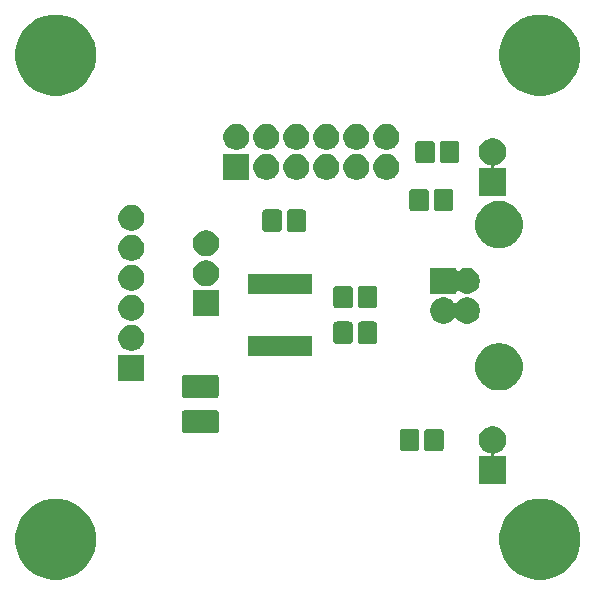
<source format=gts>
G04 #@! TF.GenerationSoftware,KiCad,Pcbnew,(5.1.5)-3*
G04 #@! TF.CreationDate,2020-07-12T13:50:54-04:00*
G04 #@! TF.ProjectId,FTDI-USB-TTL-49MM,46544449-2d55-4534-922d-54544c2d3439,1*
G04 #@! TF.SameCoordinates,Original*
G04 #@! TF.FileFunction,Soldermask,Top*
G04 #@! TF.FilePolarity,Negative*
%FSLAX46Y46*%
G04 Gerber Fmt 4.6, Leading zero omitted, Abs format (unit mm)*
G04 Created by KiCad (PCBNEW (5.1.5)-3) date 2020-07-12 13:50:54*
%MOMM*%
%LPD*%
G04 APERTURE LIST*
%ADD10C,0.150000*%
G04 APERTURE END LIST*
D10*
G36*
X46000201Y-41702774D02*
G01*
X46624239Y-41961259D01*
X46624240Y-41961260D01*
X47185860Y-42336522D01*
X47663478Y-42814140D01*
X47914220Y-43189403D01*
X48038741Y-43375761D01*
X48297226Y-43999799D01*
X48429000Y-44662272D01*
X48429000Y-45337728D01*
X48297226Y-46000201D01*
X48038741Y-46624239D01*
X48038740Y-46624240D01*
X47663478Y-47185860D01*
X47185860Y-47663478D01*
X46810597Y-47914220D01*
X46624239Y-48038741D01*
X46000201Y-48297226D01*
X45337728Y-48429000D01*
X44662272Y-48429000D01*
X43999799Y-48297226D01*
X43375761Y-48038741D01*
X43189403Y-47914220D01*
X42814140Y-47663478D01*
X42336522Y-47185860D01*
X41961260Y-46624240D01*
X41961259Y-46624239D01*
X41702774Y-46000201D01*
X41571000Y-45337728D01*
X41571000Y-44662272D01*
X41702774Y-43999799D01*
X41961259Y-43375761D01*
X42085780Y-43189403D01*
X42336522Y-42814140D01*
X42814140Y-42336522D01*
X43375760Y-41961260D01*
X43375761Y-41961259D01*
X43999799Y-41702774D01*
X44662272Y-41571000D01*
X45337728Y-41571000D01*
X46000201Y-41702774D01*
G37*
G36*
X5000201Y-41702774D02*
G01*
X5624239Y-41961259D01*
X5624240Y-41961260D01*
X6185860Y-42336522D01*
X6663478Y-42814140D01*
X6914220Y-43189403D01*
X7038741Y-43375761D01*
X7297226Y-43999799D01*
X7429000Y-44662272D01*
X7429000Y-45337728D01*
X7297226Y-46000201D01*
X7038741Y-46624239D01*
X7038740Y-46624240D01*
X6663478Y-47185860D01*
X6185860Y-47663478D01*
X5810597Y-47914220D01*
X5624239Y-48038741D01*
X5000201Y-48297226D01*
X4337728Y-48429000D01*
X3662272Y-48429000D01*
X2999799Y-48297226D01*
X2375761Y-48038741D01*
X2189403Y-47914220D01*
X1814140Y-47663478D01*
X1336522Y-47185860D01*
X961260Y-46624240D01*
X961259Y-46624239D01*
X702774Y-46000201D01*
X571000Y-45337728D01*
X571000Y-44662272D01*
X702774Y-43999799D01*
X961259Y-43375761D01*
X1085780Y-43189403D01*
X1336522Y-42814140D01*
X1814140Y-42336522D01*
X2375760Y-41961260D01*
X2375761Y-41961259D01*
X2999799Y-41702774D01*
X3662272Y-41571000D01*
X4337728Y-41571000D01*
X5000201Y-41702774D01*
G37*
G36*
X41336609Y-35466347D02*
G01*
X41546623Y-35553337D01*
X41735632Y-35679629D01*
X41896371Y-35840368D01*
X42022663Y-36029377D01*
X42109653Y-36239391D01*
X42154000Y-36462340D01*
X42154000Y-36689660D01*
X42109653Y-36912609D01*
X42022663Y-37122623D01*
X41896371Y-37311632D01*
X41735632Y-37472371D01*
X41546623Y-37598663D01*
X41336609Y-37685653D01*
X41192067Y-37714404D01*
X41168618Y-37721517D01*
X41147007Y-37733068D01*
X41128065Y-37748613D01*
X41112520Y-37767555D01*
X41100969Y-37789166D01*
X41093856Y-37812615D01*
X41091454Y-37837001D01*
X41093856Y-37861387D01*
X41100969Y-37884836D01*
X41112520Y-37906447D01*
X41128065Y-37925389D01*
X41147007Y-37940934D01*
X41168618Y-37952485D01*
X41192067Y-37959598D01*
X41216453Y-37962000D01*
X42154000Y-37962000D01*
X42154000Y-40270000D01*
X39846000Y-40270000D01*
X39846000Y-37962000D01*
X40783547Y-37962000D01*
X40807933Y-37959598D01*
X40831382Y-37952485D01*
X40852993Y-37940934D01*
X40871935Y-37925389D01*
X40887480Y-37906447D01*
X40899031Y-37884836D01*
X40906144Y-37861387D01*
X40908546Y-37837001D01*
X40906144Y-37812615D01*
X40899031Y-37789166D01*
X40887480Y-37767555D01*
X40871935Y-37748613D01*
X40852993Y-37733068D01*
X40831382Y-37721517D01*
X40807933Y-37714404D01*
X40663391Y-37685653D01*
X40453377Y-37598663D01*
X40264368Y-37472371D01*
X40103629Y-37311632D01*
X39977337Y-37122623D01*
X39890347Y-36912609D01*
X39846000Y-36689660D01*
X39846000Y-36462340D01*
X39890347Y-36239391D01*
X39977337Y-36029377D01*
X40103629Y-35840368D01*
X40264368Y-35679629D01*
X40453377Y-35553337D01*
X40663391Y-35466347D01*
X40886340Y-35422000D01*
X41113660Y-35422000D01*
X41336609Y-35466347D01*
G37*
G36*
X36620632Y-35628161D02*
G01*
X36674885Y-35644618D01*
X36724875Y-35671339D01*
X36768697Y-35707303D01*
X36804661Y-35751125D01*
X36831382Y-35801115D01*
X36847839Y-35855368D01*
X36854000Y-35917922D01*
X36854000Y-37234078D01*
X36847839Y-37296632D01*
X36831382Y-37350885D01*
X36804661Y-37400875D01*
X36768697Y-37444697D01*
X36724875Y-37480661D01*
X36674885Y-37507382D01*
X36620632Y-37523839D01*
X36558078Y-37530000D01*
X35491922Y-37530000D01*
X35429368Y-37523839D01*
X35375115Y-37507382D01*
X35325125Y-37480661D01*
X35281303Y-37444697D01*
X35245339Y-37400875D01*
X35218618Y-37350885D01*
X35202161Y-37296632D01*
X35196000Y-37234078D01*
X35196000Y-35917922D01*
X35202161Y-35855368D01*
X35218618Y-35801115D01*
X35245339Y-35751125D01*
X35281303Y-35707303D01*
X35325125Y-35671339D01*
X35375115Y-35644618D01*
X35429368Y-35628161D01*
X35491922Y-35622000D01*
X36558078Y-35622000D01*
X36620632Y-35628161D01*
G37*
G36*
X34570632Y-35628161D02*
G01*
X34624885Y-35644618D01*
X34674875Y-35671339D01*
X34718697Y-35707303D01*
X34754661Y-35751125D01*
X34781382Y-35801115D01*
X34797839Y-35855368D01*
X34804000Y-35917922D01*
X34804000Y-37234078D01*
X34797839Y-37296632D01*
X34781382Y-37350885D01*
X34754661Y-37400875D01*
X34718697Y-37444697D01*
X34674875Y-37480661D01*
X34624885Y-37507382D01*
X34570632Y-37523839D01*
X34508078Y-37530000D01*
X33441922Y-37530000D01*
X33379368Y-37523839D01*
X33325115Y-37507382D01*
X33275125Y-37480661D01*
X33231303Y-37444697D01*
X33195339Y-37400875D01*
X33168618Y-37350885D01*
X33152161Y-37296632D01*
X33146000Y-37234078D01*
X33146000Y-35917922D01*
X33152161Y-35855368D01*
X33168618Y-35801115D01*
X33195339Y-35751125D01*
X33231303Y-35707303D01*
X33275125Y-35671339D01*
X33325115Y-35644618D01*
X33379368Y-35628161D01*
X33441922Y-35622000D01*
X34508078Y-35622000D01*
X34570632Y-35628161D01*
G37*
G36*
X17627227Y-34054550D02*
G01*
X17675514Y-34069198D01*
X17720008Y-34092980D01*
X17759011Y-34124989D01*
X17791020Y-34163992D01*
X17814802Y-34208486D01*
X17829450Y-34256773D01*
X17835000Y-34313123D01*
X17835000Y-35717877D01*
X17829450Y-35774227D01*
X17814802Y-35822514D01*
X17791020Y-35867008D01*
X17759011Y-35906011D01*
X17720008Y-35938020D01*
X17675514Y-35961802D01*
X17627227Y-35976450D01*
X17570877Y-35982000D01*
X14941123Y-35982000D01*
X14884773Y-35976450D01*
X14836486Y-35961802D01*
X14791992Y-35938020D01*
X14752989Y-35906011D01*
X14720980Y-35867008D01*
X14697198Y-35822514D01*
X14682550Y-35774227D01*
X14677000Y-35717877D01*
X14677000Y-34313123D01*
X14682550Y-34256773D01*
X14697198Y-34208486D01*
X14720980Y-34163992D01*
X14752989Y-34124989D01*
X14791992Y-34092980D01*
X14836486Y-34069198D01*
X14884773Y-34054550D01*
X14941123Y-34049000D01*
X17570877Y-34049000D01*
X17627227Y-34054550D01*
G37*
G36*
X17627227Y-31079550D02*
G01*
X17675514Y-31094198D01*
X17720008Y-31117980D01*
X17759011Y-31149989D01*
X17791020Y-31188992D01*
X17814802Y-31233486D01*
X17829450Y-31281773D01*
X17835000Y-31338123D01*
X17835000Y-32742877D01*
X17829450Y-32799227D01*
X17814802Y-32847514D01*
X17791020Y-32892008D01*
X17759011Y-32931011D01*
X17720008Y-32963020D01*
X17675514Y-32986802D01*
X17627227Y-33001450D01*
X17570877Y-33007000D01*
X14941123Y-33007000D01*
X14884773Y-33001450D01*
X14836486Y-32986802D01*
X14791992Y-32963020D01*
X14752989Y-32931011D01*
X14720980Y-32892008D01*
X14697198Y-32847514D01*
X14682550Y-32799227D01*
X14677000Y-32742877D01*
X14677000Y-31338123D01*
X14682550Y-31281773D01*
X14697198Y-31233486D01*
X14720980Y-31188992D01*
X14752989Y-31149989D01*
X14791992Y-31117980D01*
X14836486Y-31094198D01*
X14884773Y-31079550D01*
X14941123Y-31074000D01*
X17570877Y-31074000D01*
X17627227Y-31079550D01*
G37*
G36*
X41930961Y-28418506D02*
G01*
X42124545Y-28457013D01*
X42489250Y-28608079D01*
X42817475Y-28827392D01*
X43096608Y-29106525D01*
X43315921Y-29434750D01*
X43466987Y-29799455D01*
X43544000Y-30186623D01*
X43544000Y-30581377D01*
X43466987Y-30968545D01*
X43315921Y-31333250D01*
X43096608Y-31661475D01*
X42817475Y-31940608D01*
X42489250Y-32159921D01*
X42124545Y-32310987D01*
X41930961Y-32349494D01*
X41737378Y-32388000D01*
X41342622Y-32388000D01*
X41149039Y-32349494D01*
X40955455Y-32310987D01*
X40590750Y-32159921D01*
X40262525Y-31940608D01*
X39983392Y-31661475D01*
X39764079Y-31333250D01*
X39613013Y-30968545D01*
X39536000Y-30581377D01*
X39536000Y-30186623D01*
X39613013Y-29799455D01*
X39764079Y-29434750D01*
X39983392Y-29106525D01*
X40262525Y-28827392D01*
X40590750Y-28608079D01*
X40955455Y-28457013D01*
X41149039Y-28418506D01*
X41342622Y-28380000D01*
X41737378Y-28380000D01*
X41930961Y-28418506D01*
G37*
G36*
X11518000Y-31584000D02*
G01*
X9310000Y-31584000D01*
X9310000Y-29376000D01*
X11518000Y-29376000D01*
X11518000Y-31584000D01*
G37*
G36*
X25676500Y-29454000D02*
G01*
X20323500Y-29454000D01*
X20323500Y-27746000D01*
X25676500Y-27746000D01*
X25676500Y-29454000D01*
G37*
G36*
X10736024Y-26878425D02*
G01*
X10936939Y-26961647D01*
X10936940Y-26961648D01*
X11117759Y-27082467D01*
X11271533Y-27236241D01*
X11271534Y-27236243D01*
X11392353Y-27417061D01*
X11475575Y-27617976D01*
X11518000Y-27831264D01*
X11518000Y-28048736D01*
X11475575Y-28262024D01*
X11392353Y-28462939D01*
X11392352Y-28462940D01*
X11271533Y-28643759D01*
X11117759Y-28797533D01*
X11026735Y-28858353D01*
X10936939Y-28918353D01*
X10736024Y-29001575D01*
X10522736Y-29044000D01*
X10305264Y-29044000D01*
X10091976Y-29001575D01*
X9891061Y-28918353D01*
X9801265Y-28858353D01*
X9710241Y-28797533D01*
X9556467Y-28643759D01*
X9435648Y-28462940D01*
X9435647Y-28462939D01*
X9352425Y-28262024D01*
X9310000Y-28048736D01*
X9310000Y-27831264D01*
X9352425Y-27617976D01*
X9435647Y-27417061D01*
X9556466Y-27236243D01*
X9556467Y-27236241D01*
X9710241Y-27082467D01*
X9891060Y-26961648D01*
X9891061Y-26961647D01*
X10091976Y-26878425D01*
X10305264Y-26836000D01*
X10522736Y-26836000D01*
X10736024Y-26878425D01*
G37*
G36*
X28945633Y-26552161D02*
G01*
X28999886Y-26568618D01*
X29049876Y-26595339D01*
X29093698Y-26631303D01*
X29129662Y-26675125D01*
X29156383Y-26725115D01*
X29172840Y-26779368D01*
X29179001Y-26841922D01*
X29179001Y-28158078D01*
X29172840Y-28220632D01*
X29156383Y-28274885D01*
X29129662Y-28324875D01*
X29093698Y-28368697D01*
X29049876Y-28404661D01*
X28999886Y-28431382D01*
X28945633Y-28447839D01*
X28883079Y-28454000D01*
X27816923Y-28454000D01*
X27754369Y-28447839D01*
X27700116Y-28431382D01*
X27650126Y-28404661D01*
X27606304Y-28368697D01*
X27570340Y-28324875D01*
X27543619Y-28274885D01*
X27527162Y-28220632D01*
X27521001Y-28158078D01*
X27521001Y-26841922D01*
X27527162Y-26779368D01*
X27543619Y-26725115D01*
X27570340Y-26675125D01*
X27606304Y-26631303D01*
X27650126Y-26595339D01*
X27700116Y-26568618D01*
X27754369Y-26552161D01*
X27816923Y-26546000D01*
X28883079Y-26546000D01*
X28945633Y-26552161D01*
G37*
G36*
X30995633Y-26552161D02*
G01*
X31049886Y-26568618D01*
X31099876Y-26595339D01*
X31143698Y-26631303D01*
X31179662Y-26675125D01*
X31206383Y-26725115D01*
X31222840Y-26779368D01*
X31229001Y-26841922D01*
X31229001Y-28158078D01*
X31222840Y-28220632D01*
X31206383Y-28274885D01*
X31179662Y-28324875D01*
X31143698Y-28368697D01*
X31099876Y-28404661D01*
X31049886Y-28431382D01*
X30995633Y-28447839D01*
X30933079Y-28454000D01*
X29866923Y-28454000D01*
X29804369Y-28447839D01*
X29750116Y-28431382D01*
X29700126Y-28404661D01*
X29656304Y-28368697D01*
X29620340Y-28324875D01*
X29593619Y-28274885D01*
X29577162Y-28220632D01*
X29571001Y-28158078D01*
X29571001Y-26841922D01*
X29577162Y-26779368D01*
X29593619Y-26725115D01*
X29620340Y-26675125D01*
X29656304Y-26631303D01*
X29700126Y-26595339D01*
X29750116Y-26568618D01*
X29804369Y-26552161D01*
X29866923Y-26546000D01*
X30933079Y-26546000D01*
X30995633Y-26552161D01*
G37*
G36*
X37152024Y-24552425D02*
G01*
X37352939Y-24635647D01*
X37352940Y-24635648D01*
X37533759Y-24756467D01*
X37687533Y-24910241D01*
X37687534Y-24910243D01*
X37726067Y-24967912D01*
X37741612Y-24986854D01*
X37760554Y-25002399D01*
X37782165Y-25013950D01*
X37805614Y-25021063D01*
X37830000Y-25023465D01*
X37854386Y-25021063D01*
X37877835Y-25013950D01*
X37899446Y-25002399D01*
X37918388Y-24986854D01*
X37933933Y-24967912D01*
X37972466Y-24910243D01*
X37972467Y-24910241D01*
X38126241Y-24756467D01*
X38307060Y-24635648D01*
X38307061Y-24635647D01*
X38507976Y-24552425D01*
X38721264Y-24510000D01*
X38938736Y-24510000D01*
X39152024Y-24552425D01*
X39352939Y-24635647D01*
X39352940Y-24635648D01*
X39533759Y-24756467D01*
X39687533Y-24910241D01*
X39687534Y-24910243D01*
X39808353Y-25091061D01*
X39891575Y-25291976D01*
X39934000Y-25505264D01*
X39934000Y-25722736D01*
X39891575Y-25936024D01*
X39808353Y-26136939D01*
X39808352Y-26136940D01*
X39687533Y-26317759D01*
X39533759Y-26471533D01*
X39442735Y-26532353D01*
X39352939Y-26592353D01*
X39152024Y-26675575D01*
X38938736Y-26718000D01*
X38721264Y-26718000D01*
X38507976Y-26675575D01*
X38307061Y-26592353D01*
X38217265Y-26532353D01*
X38126241Y-26471533D01*
X37972467Y-26317759D01*
X37933931Y-26260085D01*
X37918388Y-26241146D01*
X37899446Y-26225601D01*
X37877835Y-26214050D01*
X37854386Y-26206937D01*
X37830000Y-26204535D01*
X37805614Y-26206937D01*
X37782165Y-26214050D01*
X37760554Y-26225601D01*
X37741612Y-26241146D01*
X37726069Y-26260085D01*
X37687533Y-26317759D01*
X37533759Y-26471533D01*
X37442735Y-26532353D01*
X37352939Y-26592353D01*
X37152024Y-26675575D01*
X36938736Y-26718000D01*
X36721264Y-26718000D01*
X36507976Y-26675575D01*
X36307061Y-26592353D01*
X36217265Y-26532353D01*
X36126241Y-26471533D01*
X35972467Y-26317759D01*
X35851648Y-26136940D01*
X35851647Y-26136939D01*
X35768425Y-25936024D01*
X35726000Y-25722736D01*
X35726000Y-25505264D01*
X35768425Y-25291976D01*
X35851647Y-25091061D01*
X35972466Y-24910243D01*
X35972467Y-24910241D01*
X36126241Y-24756467D01*
X36307060Y-24635648D01*
X36307061Y-24635647D01*
X36507976Y-24552425D01*
X36721264Y-24510000D01*
X36938736Y-24510000D01*
X37152024Y-24552425D01*
G37*
G36*
X10736024Y-24338425D02*
G01*
X10936939Y-24421647D01*
X10936940Y-24421648D01*
X11117759Y-24542467D01*
X11271533Y-24696241D01*
X11332353Y-24787265D01*
X11392353Y-24877061D01*
X11475575Y-25077976D01*
X11518000Y-25291264D01*
X11518000Y-25508736D01*
X11475575Y-25722024D01*
X11392353Y-25922939D01*
X11392352Y-25922940D01*
X11271533Y-26103759D01*
X11117759Y-26257533D01*
X11113935Y-26260088D01*
X10936939Y-26378353D01*
X10736024Y-26461575D01*
X10522736Y-26504000D01*
X10305264Y-26504000D01*
X10091976Y-26461575D01*
X9891061Y-26378353D01*
X9714065Y-26260088D01*
X9710241Y-26257533D01*
X9556467Y-26103759D01*
X9435648Y-25922940D01*
X9435647Y-25922939D01*
X9352425Y-25722024D01*
X9310000Y-25508736D01*
X9310000Y-25291264D01*
X9352425Y-25077976D01*
X9435647Y-24877061D01*
X9495647Y-24787265D01*
X9556467Y-24696241D01*
X9710241Y-24542467D01*
X9891060Y-24421648D01*
X9891061Y-24421647D01*
X10091976Y-24338425D01*
X10305264Y-24296000D01*
X10522736Y-24296000D01*
X10736024Y-24338425D01*
G37*
G36*
X17842600Y-26097600D02*
G01*
X15634600Y-26097600D01*
X15634600Y-23889600D01*
X17842600Y-23889600D01*
X17842600Y-26097600D01*
G37*
G36*
X28945633Y-23527162D02*
G01*
X28999886Y-23543619D01*
X29049876Y-23570340D01*
X29093698Y-23606304D01*
X29129662Y-23650126D01*
X29156383Y-23700116D01*
X29172840Y-23754369D01*
X29179001Y-23816923D01*
X29179001Y-25133079D01*
X29172840Y-25195633D01*
X29156383Y-25249886D01*
X29129662Y-25299876D01*
X29093698Y-25343698D01*
X29049876Y-25379662D01*
X28999886Y-25406383D01*
X28945633Y-25422840D01*
X28883079Y-25429001D01*
X27816923Y-25429001D01*
X27754369Y-25422840D01*
X27700116Y-25406383D01*
X27650126Y-25379662D01*
X27606304Y-25343698D01*
X27570340Y-25299876D01*
X27543619Y-25249886D01*
X27527162Y-25195633D01*
X27521001Y-25133079D01*
X27521001Y-23816923D01*
X27527162Y-23754369D01*
X27543619Y-23700116D01*
X27570340Y-23650126D01*
X27606304Y-23606304D01*
X27650126Y-23570340D01*
X27700116Y-23543619D01*
X27754369Y-23527162D01*
X27816923Y-23521001D01*
X28883079Y-23521001D01*
X28945633Y-23527162D01*
G37*
G36*
X30995633Y-23527162D02*
G01*
X31049886Y-23543619D01*
X31099876Y-23570340D01*
X31143698Y-23606304D01*
X31179662Y-23650126D01*
X31206383Y-23700116D01*
X31222840Y-23754369D01*
X31229001Y-23816923D01*
X31229001Y-25133079D01*
X31222840Y-25195633D01*
X31206383Y-25249886D01*
X31179662Y-25299876D01*
X31143698Y-25343698D01*
X31099876Y-25379662D01*
X31049886Y-25406383D01*
X30995633Y-25422840D01*
X30933079Y-25429001D01*
X29866923Y-25429001D01*
X29804369Y-25422840D01*
X29750116Y-25406383D01*
X29700126Y-25379662D01*
X29656304Y-25343698D01*
X29620340Y-25299876D01*
X29593619Y-25249886D01*
X29577162Y-25195633D01*
X29571001Y-25133079D01*
X29571001Y-23816923D01*
X29577162Y-23754369D01*
X29593619Y-23700116D01*
X29620340Y-23650126D01*
X29656304Y-23606304D01*
X29700126Y-23570340D01*
X29750116Y-23543619D01*
X29804369Y-23527162D01*
X29866923Y-23521001D01*
X30933079Y-23521001D01*
X30995633Y-23527162D01*
G37*
G36*
X25676500Y-24254000D02*
G01*
X20323500Y-24254000D01*
X20323500Y-22546000D01*
X25676500Y-22546000D01*
X25676500Y-24254000D01*
G37*
G36*
X37934000Y-22151062D02*
G01*
X37936402Y-22175448D01*
X37943515Y-22198897D01*
X37955066Y-22220508D01*
X37970611Y-22239450D01*
X37989553Y-22254995D01*
X38011164Y-22266546D01*
X38034613Y-22273659D01*
X38058999Y-22276061D01*
X38083385Y-22273659D01*
X38106834Y-22266546D01*
X38128440Y-22254998D01*
X38307060Y-22135648D01*
X38307061Y-22135647D01*
X38507976Y-22052425D01*
X38721264Y-22010000D01*
X38938736Y-22010000D01*
X39152024Y-22052425D01*
X39352939Y-22135647D01*
X39352940Y-22135648D01*
X39533759Y-22256467D01*
X39687533Y-22410241D01*
X39687534Y-22410243D01*
X39808353Y-22591061D01*
X39891575Y-22791976D01*
X39934000Y-23005264D01*
X39934000Y-23222736D01*
X39891575Y-23436024D01*
X39808353Y-23636939D01*
X39778786Y-23681189D01*
X39687533Y-23817759D01*
X39533759Y-23971533D01*
X39508291Y-23988550D01*
X39352939Y-24092353D01*
X39152024Y-24175575D01*
X38938736Y-24218000D01*
X38721264Y-24218000D01*
X38507976Y-24175575D01*
X38307061Y-24092353D01*
X38180058Y-24007492D01*
X38128440Y-23973002D01*
X38106834Y-23961454D01*
X38083385Y-23954341D01*
X38058999Y-23951939D01*
X38034613Y-23954341D01*
X38011164Y-23961454D01*
X37989554Y-23973005D01*
X37970612Y-23988550D01*
X37955066Y-24007492D01*
X37943515Y-24029103D01*
X37936402Y-24052552D01*
X37934000Y-24076938D01*
X37934000Y-24218000D01*
X35726000Y-24218000D01*
X35726000Y-22010000D01*
X37934000Y-22010000D01*
X37934000Y-22151062D01*
G37*
G36*
X10736024Y-21798425D02*
G01*
X10936939Y-21881647D01*
X10936940Y-21881648D01*
X11117759Y-22002467D01*
X11271533Y-22156241D01*
X11300035Y-22198897D01*
X11392353Y-22337061D01*
X11475575Y-22537976D01*
X11518000Y-22751264D01*
X11518000Y-22968736D01*
X11475575Y-23182024D01*
X11392353Y-23382939D01*
X11392352Y-23382940D01*
X11271533Y-23563759D01*
X11117759Y-23717533D01*
X11078892Y-23743503D01*
X10936939Y-23838353D01*
X10736024Y-23921575D01*
X10522736Y-23964000D01*
X10305264Y-23964000D01*
X10091976Y-23921575D01*
X9891061Y-23838353D01*
X9749108Y-23743503D01*
X9710241Y-23717533D01*
X9556467Y-23563759D01*
X9435648Y-23382940D01*
X9435647Y-23382939D01*
X9352425Y-23182024D01*
X9310000Y-22968736D01*
X9310000Y-22751264D01*
X9352425Y-22537976D01*
X9435647Y-22337061D01*
X9527965Y-22198897D01*
X9556467Y-22156241D01*
X9710241Y-22002467D01*
X9891060Y-21881648D01*
X9891061Y-21881647D01*
X10091976Y-21798425D01*
X10305264Y-21756000D01*
X10522736Y-21756000D01*
X10736024Y-21798425D01*
G37*
G36*
X17060624Y-21392025D02*
G01*
X17261539Y-21475247D01*
X17261540Y-21475248D01*
X17442359Y-21596067D01*
X17596133Y-21749841D01*
X17596134Y-21749843D01*
X17716953Y-21930661D01*
X17800175Y-22131576D01*
X17842600Y-22344864D01*
X17842600Y-22562336D01*
X17800175Y-22775624D01*
X17716953Y-22976539D01*
X17697759Y-23005265D01*
X17596133Y-23157359D01*
X17442359Y-23311133D01*
X17351335Y-23371953D01*
X17261539Y-23431953D01*
X17060624Y-23515175D01*
X16847336Y-23557600D01*
X16629864Y-23557600D01*
X16416576Y-23515175D01*
X16215661Y-23431953D01*
X16125865Y-23371953D01*
X16034841Y-23311133D01*
X15881067Y-23157359D01*
X15779441Y-23005265D01*
X15760247Y-22976539D01*
X15677025Y-22775624D01*
X15634600Y-22562336D01*
X15634600Y-22344864D01*
X15677025Y-22131576D01*
X15760247Y-21930661D01*
X15881066Y-21749843D01*
X15881067Y-21749841D01*
X16034841Y-21596067D01*
X16215660Y-21475248D01*
X16215661Y-21475247D01*
X16416576Y-21392025D01*
X16629864Y-21349600D01*
X16847336Y-21349600D01*
X17060624Y-21392025D01*
G37*
G36*
X10736024Y-19258425D02*
G01*
X10936939Y-19341647D01*
X10936940Y-19341648D01*
X11117759Y-19462467D01*
X11271533Y-19616241D01*
X11271534Y-19616243D01*
X11392353Y-19797061D01*
X11475575Y-19997976D01*
X11518000Y-20211264D01*
X11518000Y-20428736D01*
X11475575Y-20642024D01*
X11392353Y-20842939D01*
X11392352Y-20842940D01*
X11271533Y-21023759D01*
X11117759Y-21177533D01*
X11026735Y-21238353D01*
X10936939Y-21298353D01*
X10736024Y-21381575D01*
X10522736Y-21424000D01*
X10305264Y-21424000D01*
X10091976Y-21381575D01*
X9891061Y-21298353D01*
X9801265Y-21238353D01*
X9710241Y-21177533D01*
X9556467Y-21023759D01*
X9435648Y-20842940D01*
X9435647Y-20842939D01*
X9352425Y-20642024D01*
X9310000Y-20428736D01*
X9310000Y-20211264D01*
X9352425Y-19997976D01*
X9435647Y-19797061D01*
X9556466Y-19616243D01*
X9556467Y-19616241D01*
X9710241Y-19462467D01*
X9891060Y-19341648D01*
X9891061Y-19341647D01*
X10091976Y-19258425D01*
X10305264Y-19216000D01*
X10522736Y-19216000D01*
X10736024Y-19258425D01*
G37*
G36*
X17060624Y-18852025D02*
G01*
X17261539Y-18935247D01*
X17351335Y-18995247D01*
X17442359Y-19056067D01*
X17596133Y-19209841D01*
X17596134Y-19209843D01*
X17716953Y-19390661D01*
X17800175Y-19591576D01*
X17842600Y-19804864D01*
X17842600Y-20022336D01*
X17800175Y-20235624D01*
X17716953Y-20436539D01*
X17716952Y-20436540D01*
X17596133Y-20617359D01*
X17442359Y-20771133D01*
X17351335Y-20831953D01*
X17261539Y-20891953D01*
X17060624Y-20975175D01*
X16847336Y-21017600D01*
X16629864Y-21017600D01*
X16416576Y-20975175D01*
X16215661Y-20891953D01*
X16125865Y-20831953D01*
X16034841Y-20771133D01*
X15881067Y-20617359D01*
X15760248Y-20436540D01*
X15760247Y-20436539D01*
X15677025Y-20235624D01*
X15634600Y-20022336D01*
X15634600Y-19804864D01*
X15677025Y-19591576D01*
X15760247Y-19390661D01*
X15881066Y-19209843D01*
X15881067Y-19209841D01*
X16034841Y-19056067D01*
X16125865Y-18995247D01*
X16215661Y-18935247D01*
X16416576Y-18852025D01*
X16629864Y-18809600D01*
X16847336Y-18809600D01*
X17060624Y-18852025D01*
G37*
G36*
X41930961Y-16378506D02*
G01*
X42124545Y-16417013D01*
X42489250Y-16568079D01*
X42817475Y-16787392D01*
X43096608Y-17066525D01*
X43315921Y-17394750D01*
X43466987Y-17759455D01*
X43544000Y-18146623D01*
X43544000Y-18541377D01*
X43466987Y-18928545D01*
X43315921Y-19293250D01*
X43096608Y-19621475D01*
X42817475Y-19900608D01*
X42489250Y-20119921D01*
X42124545Y-20270987D01*
X41930961Y-20309494D01*
X41737378Y-20348000D01*
X41342622Y-20348000D01*
X41149039Y-20309493D01*
X40955455Y-20270987D01*
X40590750Y-20119921D01*
X40262525Y-19900608D01*
X39983392Y-19621475D01*
X39764079Y-19293250D01*
X39613013Y-18928545D01*
X39536000Y-18541377D01*
X39536000Y-18146623D01*
X39613013Y-17759455D01*
X39764079Y-17394750D01*
X39983392Y-17066525D01*
X40262525Y-16787392D01*
X40590750Y-16568079D01*
X40955455Y-16417013D01*
X41149039Y-16378506D01*
X41342622Y-16340000D01*
X41737378Y-16340000D01*
X41930961Y-16378506D01*
G37*
G36*
X24988632Y-17052161D02*
G01*
X25042885Y-17068618D01*
X25092875Y-17095339D01*
X25136697Y-17131303D01*
X25172661Y-17175125D01*
X25199382Y-17225115D01*
X25215839Y-17279368D01*
X25222000Y-17341922D01*
X25222000Y-18658078D01*
X25215839Y-18720632D01*
X25199382Y-18774885D01*
X25172661Y-18824875D01*
X25136697Y-18868697D01*
X25092875Y-18904661D01*
X25042885Y-18931382D01*
X24988632Y-18947839D01*
X24926078Y-18954000D01*
X23859922Y-18954000D01*
X23797368Y-18947839D01*
X23743115Y-18931382D01*
X23693125Y-18904661D01*
X23649303Y-18868697D01*
X23613339Y-18824875D01*
X23586618Y-18774885D01*
X23570161Y-18720632D01*
X23564000Y-18658078D01*
X23564000Y-17341922D01*
X23570161Y-17279368D01*
X23586618Y-17225115D01*
X23613339Y-17175125D01*
X23649303Y-17131303D01*
X23693125Y-17095339D01*
X23743115Y-17068618D01*
X23797368Y-17052161D01*
X23859922Y-17046000D01*
X24926078Y-17046000D01*
X24988632Y-17052161D01*
G37*
G36*
X22938632Y-17052161D02*
G01*
X22992885Y-17068618D01*
X23042875Y-17095339D01*
X23086697Y-17131303D01*
X23122661Y-17175125D01*
X23149382Y-17225115D01*
X23165839Y-17279368D01*
X23172000Y-17341922D01*
X23172000Y-18658078D01*
X23165839Y-18720632D01*
X23149382Y-18774885D01*
X23122661Y-18824875D01*
X23086697Y-18868697D01*
X23042875Y-18904661D01*
X22992885Y-18931382D01*
X22938632Y-18947839D01*
X22876078Y-18954000D01*
X21809922Y-18954000D01*
X21747368Y-18947839D01*
X21693115Y-18931382D01*
X21643125Y-18904661D01*
X21599303Y-18868697D01*
X21563339Y-18824875D01*
X21536618Y-18774885D01*
X21520161Y-18720632D01*
X21514000Y-18658078D01*
X21514000Y-17341922D01*
X21520161Y-17279368D01*
X21536618Y-17225115D01*
X21563339Y-17175125D01*
X21599303Y-17131303D01*
X21643125Y-17095339D01*
X21693115Y-17068618D01*
X21747368Y-17052161D01*
X21809922Y-17046000D01*
X22876078Y-17046000D01*
X22938632Y-17052161D01*
G37*
G36*
X10736024Y-16718425D02*
G01*
X10936939Y-16801647D01*
X10936940Y-16801648D01*
X11117759Y-16922467D01*
X11271533Y-17076241D01*
X11271534Y-17076243D01*
X11392353Y-17257061D01*
X11475575Y-17457976D01*
X11518000Y-17671264D01*
X11518000Y-17888736D01*
X11475575Y-18102024D01*
X11392353Y-18302939D01*
X11392352Y-18302940D01*
X11271533Y-18483759D01*
X11117759Y-18637533D01*
X11087011Y-18658078D01*
X10936939Y-18758353D01*
X10736024Y-18841575D01*
X10522736Y-18884000D01*
X10305264Y-18884000D01*
X10091976Y-18841575D01*
X9891061Y-18758353D01*
X9740989Y-18658078D01*
X9710241Y-18637533D01*
X9556467Y-18483759D01*
X9435648Y-18302940D01*
X9435647Y-18302939D01*
X9352425Y-18102024D01*
X9310000Y-17888736D01*
X9310000Y-17671264D01*
X9352425Y-17457976D01*
X9435647Y-17257061D01*
X9556466Y-17076243D01*
X9556467Y-17076241D01*
X9710241Y-16922467D01*
X9891060Y-16801648D01*
X9891061Y-16801647D01*
X10091976Y-16718425D01*
X10305264Y-16676000D01*
X10522736Y-16676000D01*
X10736024Y-16718425D01*
G37*
G36*
X35384632Y-15308161D02*
G01*
X35438885Y-15324618D01*
X35488875Y-15351339D01*
X35532697Y-15387303D01*
X35568661Y-15431125D01*
X35595382Y-15481115D01*
X35611839Y-15535368D01*
X35618000Y-15597922D01*
X35618000Y-16914078D01*
X35611839Y-16976632D01*
X35595382Y-17030885D01*
X35568661Y-17080875D01*
X35532697Y-17124697D01*
X35488875Y-17160661D01*
X35438885Y-17187382D01*
X35384632Y-17203839D01*
X35322078Y-17210000D01*
X34255922Y-17210000D01*
X34193368Y-17203839D01*
X34139115Y-17187382D01*
X34089125Y-17160661D01*
X34045303Y-17124697D01*
X34009339Y-17080875D01*
X33982618Y-17030885D01*
X33966161Y-16976632D01*
X33960000Y-16914078D01*
X33960000Y-15597922D01*
X33966161Y-15535368D01*
X33982618Y-15481115D01*
X34009339Y-15431125D01*
X34045303Y-15387303D01*
X34089125Y-15351339D01*
X34139115Y-15324618D01*
X34193368Y-15308161D01*
X34255922Y-15302000D01*
X35322078Y-15302000D01*
X35384632Y-15308161D01*
G37*
G36*
X37434632Y-15308161D02*
G01*
X37488885Y-15324618D01*
X37538875Y-15351339D01*
X37582697Y-15387303D01*
X37618661Y-15431125D01*
X37645382Y-15481115D01*
X37661839Y-15535368D01*
X37668000Y-15597922D01*
X37668000Y-16914078D01*
X37661839Y-16976632D01*
X37645382Y-17030885D01*
X37618661Y-17080875D01*
X37582697Y-17124697D01*
X37538875Y-17160661D01*
X37488885Y-17187382D01*
X37434632Y-17203839D01*
X37372078Y-17210000D01*
X36305922Y-17210000D01*
X36243368Y-17203839D01*
X36189115Y-17187382D01*
X36139125Y-17160661D01*
X36095303Y-17124697D01*
X36059339Y-17080875D01*
X36032618Y-17030885D01*
X36016161Y-16976632D01*
X36010000Y-16914078D01*
X36010000Y-15597922D01*
X36016161Y-15535368D01*
X36032618Y-15481115D01*
X36059339Y-15431125D01*
X36095303Y-15387303D01*
X36139125Y-15351339D01*
X36189115Y-15324618D01*
X36243368Y-15308161D01*
X36305922Y-15302000D01*
X37372078Y-15302000D01*
X37434632Y-15308161D01*
G37*
G36*
X41336609Y-11080347D02*
G01*
X41546623Y-11167337D01*
X41735632Y-11293629D01*
X41896371Y-11454368D01*
X42022663Y-11643377D01*
X42109653Y-11853391D01*
X42154000Y-12076340D01*
X42154000Y-12303660D01*
X42109653Y-12526609D01*
X42022663Y-12736623D01*
X41896371Y-12925632D01*
X41735632Y-13086371D01*
X41546623Y-13212663D01*
X41336609Y-13299653D01*
X41192067Y-13328404D01*
X41168618Y-13335517D01*
X41147007Y-13347068D01*
X41128065Y-13362613D01*
X41112520Y-13381555D01*
X41100969Y-13403166D01*
X41093856Y-13426615D01*
X41091454Y-13451001D01*
X41093856Y-13475387D01*
X41100969Y-13498836D01*
X41112520Y-13520447D01*
X41128065Y-13539389D01*
X41147007Y-13554934D01*
X41168618Y-13566485D01*
X41192067Y-13573598D01*
X41216453Y-13576000D01*
X42154000Y-13576000D01*
X42154000Y-15884000D01*
X39846000Y-15884000D01*
X39846000Y-13576000D01*
X40783547Y-13576000D01*
X40807933Y-13573598D01*
X40831382Y-13566485D01*
X40852993Y-13554934D01*
X40871935Y-13539389D01*
X40887480Y-13520447D01*
X40899031Y-13498836D01*
X40906144Y-13475387D01*
X40908546Y-13451001D01*
X40906144Y-13426615D01*
X40899031Y-13403166D01*
X40887480Y-13381555D01*
X40871935Y-13362613D01*
X40852993Y-13347068D01*
X40831382Y-13335517D01*
X40807933Y-13328404D01*
X40663391Y-13299653D01*
X40453377Y-13212663D01*
X40264368Y-13086371D01*
X40103629Y-12925632D01*
X39977337Y-12736623D01*
X39890347Y-12526609D01*
X39846000Y-12303660D01*
X39846000Y-12076340D01*
X39890347Y-11853391D01*
X39977337Y-11643377D01*
X40103629Y-11454368D01*
X40264368Y-11293629D01*
X40453377Y-11167337D01*
X40663391Y-11080347D01*
X40886340Y-11036000D01*
X41113660Y-11036000D01*
X41336609Y-11080347D01*
G37*
G36*
X20408000Y-14566000D02*
G01*
X18200000Y-14566000D01*
X18200000Y-12358000D01*
X20408000Y-12358000D01*
X20408000Y-14566000D01*
G37*
G36*
X29786024Y-12400425D02*
G01*
X29986939Y-12483647D01*
X29986940Y-12483648D01*
X30167759Y-12604467D01*
X30321533Y-12758241D01*
X30321534Y-12758243D01*
X30442353Y-12939061D01*
X30525575Y-13139976D01*
X30568000Y-13353264D01*
X30568000Y-13570736D01*
X30525575Y-13784024D01*
X30442353Y-13984939D01*
X30442352Y-13984940D01*
X30321533Y-14165759D01*
X30167759Y-14319533D01*
X30076735Y-14380353D01*
X29986939Y-14440353D01*
X29786024Y-14523575D01*
X29572736Y-14566000D01*
X29355264Y-14566000D01*
X29141976Y-14523575D01*
X28941061Y-14440353D01*
X28851265Y-14380353D01*
X28760241Y-14319533D01*
X28606467Y-14165759D01*
X28485648Y-13984940D01*
X28485647Y-13984939D01*
X28402425Y-13784024D01*
X28360000Y-13570736D01*
X28360000Y-13353264D01*
X28402425Y-13139976D01*
X28485647Y-12939061D01*
X28606466Y-12758243D01*
X28606467Y-12758241D01*
X28760241Y-12604467D01*
X28941060Y-12483648D01*
X28941061Y-12483647D01*
X29141976Y-12400425D01*
X29355264Y-12358000D01*
X29572736Y-12358000D01*
X29786024Y-12400425D01*
G37*
G36*
X27246024Y-12400425D02*
G01*
X27446939Y-12483647D01*
X27446940Y-12483648D01*
X27627759Y-12604467D01*
X27781533Y-12758241D01*
X27781534Y-12758243D01*
X27902353Y-12939061D01*
X27985575Y-13139976D01*
X28028000Y-13353264D01*
X28028000Y-13570736D01*
X27985575Y-13784024D01*
X27902353Y-13984939D01*
X27902352Y-13984940D01*
X27781533Y-14165759D01*
X27627759Y-14319533D01*
X27536735Y-14380353D01*
X27446939Y-14440353D01*
X27246024Y-14523575D01*
X27032736Y-14566000D01*
X26815264Y-14566000D01*
X26601976Y-14523575D01*
X26401061Y-14440353D01*
X26311265Y-14380353D01*
X26220241Y-14319533D01*
X26066467Y-14165759D01*
X25945648Y-13984940D01*
X25945647Y-13984939D01*
X25862425Y-13784024D01*
X25820000Y-13570736D01*
X25820000Y-13353264D01*
X25862425Y-13139976D01*
X25945647Y-12939061D01*
X26066466Y-12758243D01*
X26066467Y-12758241D01*
X26220241Y-12604467D01*
X26401060Y-12483648D01*
X26401061Y-12483647D01*
X26601976Y-12400425D01*
X26815264Y-12358000D01*
X27032736Y-12358000D01*
X27246024Y-12400425D01*
G37*
G36*
X24706024Y-12400425D02*
G01*
X24906939Y-12483647D01*
X24906940Y-12483648D01*
X25087759Y-12604467D01*
X25241533Y-12758241D01*
X25241534Y-12758243D01*
X25362353Y-12939061D01*
X25445575Y-13139976D01*
X25488000Y-13353264D01*
X25488000Y-13570736D01*
X25445575Y-13784024D01*
X25362353Y-13984939D01*
X25362352Y-13984940D01*
X25241533Y-14165759D01*
X25087759Y-14319533D01*
X24996735Y-14380353D01*
X24906939Y-14440353D01*
X24706024Y-14523575D01*
X24492736Y-14566000D01*
X24275264Y-14566000D01*
X24061976Y-14523575D01*
X23861061Y-14440353D01*
X23771265Y-14380353D01*
X23680241Y-14319533D01*
X23526467Y-14165759D01*
X23405648Y-13984940D01*
X23405647Y-13984939D01*
X23322425Y-13784024D01*
X23280000Y-13570736D01*
X23280000Y-13353264D01*
X23322425Y-13139976D01*
X23405647Y-12939061D01*
X23526466Y-12758243D01*
X23526467Y-12758241D01*
X23680241Y-12604467D01*
X23861060Y-12483648D01*
X23861061Y-12483647D01*
X24061976Y-12400425D01*
X24275264Y-12358000D01*
X24492736Y-12358000D01*
X24706024Y-12400425D01*
G37*
G36*
X22166024Y-12400425D02*
G01*
X22366939Y-12483647D01*
X22366940Y-12483648D01*
X22547759Y-12604467D01*
X22701533Y-12758241D01*
X22701534Y-12758243D01*
X22822353Y-12939061D01*
X22905575Y-13139976D01*
X22948000Y-13353264D01*
X22948000Y-13570736D01*
X22905575Y-13784024D01*
X22822353Y-13984939D01*
X22822352Y-13984940D01*
X22701533Y-14165759D01*
X22547759Y-14319533D01*
X22456735Y-14380353D01*
X22366939Y-14440353D01*
X22166024Y-14523575D01*
X21952736Y-14566000D01*
X21735264Y-14566000D01*
X21521976Y-14523575D01*
X21321061Y-14440353D01*
X21231265Y-14380353D01*
X21140241Y-14319533D01*
X20986467Y-14165759D01*
X20865648Y-13984940D01*
X20865647Y-13984939D01*
X20782425Y-13784024D01*
X20740000Y-13570736D01*
X20740000Y-13353264D01*
X20782425Y-13139976D01*
X20865647Y-12939061D01*
X20986466Y-12758243D01*
X20986467Y-12758241D01*
X21140241Y-12604467D01*
X21321060Y-12483648D01*
X21321061Y-12483647D01*
X21521976Y-12400425D01*
X21735264Y-12358000D01*
X21952736Y-12358000D01*
X22166024Y-12400425D01*
G37*
G36*
X32326024Y-12400425D02*
G01*
X32526939Y-12483647D01*
X32526940Y-12483648D01*
X32707759Y-12604467D01*
X32861533Y-12758241D01*
X32861534Y-12758243D01*
X32982353Y-12939061D01*
X33065575Y-13139976D01*
X33108000Y-13353264D01*
X33108000Y-13570736D01*
X33065575Y-13784024D01*
X32982353Y-13984939D01*
X32982352Y-13984940D01*
X32861533Y-14165759D01*
X32707759Y-14319533D01*
X32616735Y-14380353D01*
X32526939Y-14440353D01*
X32326024Y-14523575D01*
X32112736Y-14566000D01*
X31895264Y-14566000D01*
X31681976Y-14523575D01*
X31481061Y-14440353D01*
X31391265Y-14380353D01*
X31300241Y-14319533D01*
X31146467Y-14165759D01*
X31025648Y-13984940D01*
X31025647Y-13984939D01*
X30942425Y-13784024D01*
X30900000Y-13570736D01*
X30900000Y-13353264D01*
X30942425Y-13139976D01*
X31025647Y-12939061D01*
X31146466Y-12758243D01*
X31146467Y-12758241D01*
X31300241Y-12604467D01*
X31481060Y-12483648D01*
X31481061Y-12483647D01*
X31681976Y-12400425D01*
X31895264Y-12358000D01*
X32112736Y-12358000D01*
X32326024Y-12400425D01*
G37*
G36*
X37942632Y-11244161D02*
G01*
X37996885Y-11260618D01*
X38046875Y-11287339D01*
X38090697Y-11323303D01*
X38126661Y-11367125D01*
X38153382Y-11417115D01*
X38169839Y-11471368D01*
X38176000Y-11533922D01*
X38176000Y-12850078D01*
X38169839Y-12912632D01*
X38153382Y-12966885D01*
X38126661Y-13016875D01*
X38090697Y-13060697D01*
X38046875Y-13096661D01*
X37996885Y-13123382D01*
X37942632Y-13139839D01*
X37880078Y-13146000D01*
X36813922Y-13146000D01*
X36751368Y-13139839D01*
X36697115Y-13123382D01*
X36647125Y-13096661D01*
X36603303Y-13060697D01*
X36567339Y-13016875D01*
X36540618Y-12966885D01*
X36524161Y-12912632D01*
X36518000Y-12850078D01*
X36518000Y-11533922D01*
X36524161Y-11471368D01*
X36540618Y-11417115D01*
X36567339Y-11367125D01*
X36603303Y-11323303D01*
X36647125Y-11287339D01*
X36697115Y-11260618D01*
X36751368Y-11244161D01*
X36813922Y-11238000D01*
X37880078Y-11238000D01*
X37942632Y-11244161D01*
G37*
G36*
X35892632Y-11244161D02*
G01*
X35946885Y-11260618D01*
X35996875Y-11287339D01*
X36040697Y-11323303D01*
X36076661Y-11367125D01*
X36103382Y-11417115D01*
X36119839Y-11471368D01*
X36126000Y-11533922D01*
X36126000Y-12850078D01*
X36119839Y-12912632D01*
X36103382Y-12966885D01*
X36076661Y-13016875D01*
X36040697Y-13060697D01*
X35996875Y-13096661D01*
X35946885Y-13123382D01*
X35892632Y-13139839D01*
X35830078Y-13146000D01*
X34763922Y-13146000D01*
X34701368Y-13139839D01*
X34647115Y-13123382D01*
X34597125Y-13096661D01*
X34553303Y-13060697D01*
X34517339Y-13016875D01*
X34490618Y-12966885D01*
X34474161Y-12912632D01*
X34468000Y-12850078D01*
X34468000Y-11533922D01*
X34474161Y-11471368D01*
X34490618Y-11417115D01*
X34517339Y-11367125D01*
X34553303Y-11323303D01*
X34597125Y-11287339D01*
X34647115Y-11260618D01*
X34701368Y-11244161D01*
X34763922Y-11238000D01*
X35830078Y-11238000D01*
X35892632Y-11244161D01*
G37*
G36*
X32326024Y-9860425D02*
G01*
X32526939Y-9943647D01*
X32526940Y-9943648D01*
X32707759Y-10064467D01*
X32861533Y-10218241D01*
X32861534Y-10218243D01*
X32982353Y-10399061D01*
X33065575Y-10599976D01*
X33108000Y-10813264D01*
X33108000Y-11030736D01*
X33065575Y-11244024D01*
X32982353Y-11444939D01*
X32926775Y-11528117D01*
X32861533Y-11625759D01*
X32707759Y-11779533D01*
X32616735Y-11840353D01*
X32526939Y-11900353D01*
X32326024Y-11983575D01*
X32112736Y-12026000D01*
X31895264Y-12026000D01*
X31681976Y-11983575D01*
X31481061Y-11900353D01*
X31391265Y-11840353D01*
X31300241Y-11779533D01*
X31146467Y-11625759D01*
X31081225Y-11528117D01*
X31025647Y-11444939D01*
X30942425Y-11244024D01*
X30900000Y-11030736D01*
X30900000Y-10813264D01*
X30942425Y-10599976D01*
X31025647Y-10399061D01*
X31146466Y-10218243D01*
X31146467Y-10218241D01*
X31300241Y-10064467D01*
X31481060Y-9943648D01*
X31481061Y-9943647D01*
X31681976Y-9860425D01*
X31895264Y-9818000D01*
X32112736Y-9818000D01*
X32326024Y-9860425D01*
G37*
G36*
X22166024Y-9860425D02*
G01*
X22366939Y-9943647D01*
X22366940Y-9943648D01*
X22547759Y-10064467D01*
X22701533Y-10218241D01*
X22701534Y-10218243D01*
X22822353Y-10399061D01*
X22905575Y-10599976D01*
X22948000Y-10813264D01*
X22948000Y-11030736D01*
X22905575Y-11244024D01*
X22822353Y-11444939D01*
X22766775Y-11528117D01*
X22701533Y-11625759D01*
X22547759Y-11779533D01*
X22456735Y-11840353D01*
X22366939Y-11900353D01*
X22166024Y-11983575D01*
X21952736Y-12026000D01*
X21735264Y-12026000D01*
X21521976Y-11983575D01*
X21321061Y-11900353D01*
X21231265Y-11840353D01*
X21140241Y-11779533D01*
X20986467Y-11625759D01*
X20921225Y-11528117D01*
X20865647Y-11444939D01*
X20782425Y-11244024D01*
X20740000Y-11030736D01*
X20740000Y-10813264D01*
X20782425Y-10599976D01*
X20865647Y-10399061D01*
X20986466Y-10218243D01*
X20986467Y-10218241D01*
X21140241Y-10064467D01*
X21321060Y-9943648D01*
X21321061Y-9943647D01*
X21521976Y-9860425D01*
X21735264Y-9818000D01*
X21952736Y-9818000D01*
X22166024Y-9860425D01*
G37*
G36*
X29786024Y-9860425D02*
G01*
X29986939Y-9943647D01*
X29986940Y-9943648D01*
X30167759Y-10064467D01*
X30321533Y-10218241D01*
X30321534Y-10218243D01*
X30442353Y-10399061D01*
X30525575Y-10599976D01*
X30568000Y-10813264D01*
X30568000Y-11030736D01*
X30525575Y-11244024D01*
X30442353Y-11444939D01*
X30386775Y-11528117D01*
X30321533Y-11625759D01*
X30167759Y-11779533D01*
X30076735Y-11840353D01*
X29986939Y-11900353D01*
X29786024Y-11983575D01*
X29572736Y-12026000D01*
X29355264Y-12026000D01*
X29141976Y-11983575D01*
X28941061Y-11900353D01*
X28851265Y-11840353D01*
X28760241Y-11779533D01*
X28606467Y-11625759D01*
X28541225Y-11528117D01*
X28485647Y-11444939D01*
X28402425Y-11244024D01*
X28360000Y-11030736D01*
X28360000Y-10813264D01*
X28402425Y-10599976D01*
X28485647Y-10399061D01*
X28606466Y-10218243D01*
X28606467Y-10218241D01*
X28760241Y-10064467D01*
X28941060Y-9943648D01*
X28941061Y-9943647D01*
X29141976Y-9860425D01*
X29355264Y-9818000D01*
X29572736Y-9818000D01*
X29786024Y-9860425D01*
G37*
G36*
X27246024Y-9860425D02*
G01*
X27446939Y-9943647D01*
X27446940Y-9943648D01*
X27627759Y-10064467D01*
X27781533Y-10218241D01*
X27781534Y-10218243D01*
X27902353Y-10399061D01*
X27985575Y-10599976D01*
X28028000Y-10813264D01*
X28028000Y-11030736D01*
X27985575Y-11244024D01*
X27902353Y-11444939D01*
X27846775Y-11528117D01*
X27781533Y-11625759D01*
X27627759Y-11779533D01*
X27536735Y-11840353D01*
X27446939Y-11900353D01*
X27246024Y-11983575D01*
X27032736Y-12026000D01*
X26815264Y-12026000D01*
X26601976Y-11983575D01*
X26401061Y-11900353D01*
X26311265Y-11840353D01*
X26220241Y-11779533D01*
X26066467Y-11625759D01*
X26001225Y-11528117D01*
X25945647Y-11444939D01*
X25862425Y-11244024D01*
X25820000Y-11030736D01*
X25820000Y-10813264D01*
X25862425Y-10599976D01*
X25945647Y-10399061D01*
X26066466Y-10218243D01*
X26066467Y-10218241D01*
X26220241Y-10064467D01*
X26401060Y-9943648D01*
X26401061Y-9943647D01*
X26601976Y-9860425D01*
X26815264Y-9818000D01*
X27032736Y-9818000D01*
X27246024Y-9860425D01*
G37*
G36*
X24706024Y-9860425D02*
G01*
X24906939Y-9943647D01*
X24906940Y-9943648D01*
X25087759Y-10064467D01*
X25241533Y-10218241D01*
X25241534Y-10218243D01*
X25362353Y-10399061D01*
X25445575Y-10599976D01*
X25488000Y-10813264D01*
X25488000Y-11030736D01*
X25445575Y-11244024D01*
X25362353Y-11444939D01*
X25306775Y-11528117D01*
X25241533Y-11625759D01*
X25087759Y-11779533D01*
X24996735Y-11840353D01*
X24906939Y-11900353D01*
X24706024Y-11983575D01*
X24492736Y-12026000D01*
X24275264Y-12026000D01*
X24061976Y-11983575D01*
X23861061Y-11900353D01*
X23771265Y-11840353D01*
X23680241Y-11779533D01*
X23526467Y-11625759D01*
X23461225Y-11528117D01*
X23405647Y-11444939D01*
X23322425Y-11244024D01*
X23280000Y-11030736D01*
X23280000Y-10813264D01*
X23322425Y-10599976D01*
X23405647Y-10399061D01*
X23526466Y-10218243D01*
X23526467Y-10218241D01*
X23680241Y-10064467D01*
X23861060Y-9943648D01*
X23861061Y-9943647D01*
X24061976Y-9860425D01*
X24275264Y-9818000D01*
X24492736Y-9818000D01*
X24706024Y-9860425D01*
G37*
G36*
X19626024Y-9860425D02*
G01*
X19826939Y-9943647D01*
X19826940Y-9943648D01*
X20007759Y-10064467D01*
X20161533Y-10218241D01*
X20161534Y-10218243D01*
X20282353Y-10399061D01*
X20365575Y-10599976D01*
X20408000Y-10813264D01*
X20408000Y-11030736D01*
X20365575Y-11244024D01*
X20282353Y-11444939D01*
X20226775Y-11528117D01*
X20161533Y-11625759D01*
X20007759Y-11779533D01*
X19916735Y-11840353D01*
X19826939Y-11900353D01*
X19626024Y-11983575D01*
X19412736Y-12026000D01*
X19195264Y-12026000D01*
X18981976Y-11983575D01*
X18781061Y-11900353D01*
X18691265Y-11840353D01*
X18600241Y-11779533D01*
X18446467Y-11625759D01*
X18381225Y-11528117D01*
X18325647Y-11444939D01*
X18242425Y-11244024D01*
X18200000Y-11030736D01*
X18200000Y-10813264D01*
X18242425Y-10599976D01*
X18325647Y-10399061D01*
X18446466Y-10218243D01*
X18446467Y-10218241D01*
X18600241Y-10064467D01*
X18781060Y-9943648D01*
X18781061Y-9943647D01*
X18981976Y-9860425D01*
X19195264Y-9818000D01*
X19412736Y-9818000D01*
X19626024Y-9860425D01*
G37*
G36*
X5000201Y-702774D02*
G01*
X5624239Y-961259D01*
X5624240Y-961260D01*
X6185860Y-1336522D01*
X6663478Y-1814140D01*
X6914220Y-2189403D01*
X7038741Y-2375761D01*
X7297226Y-2999799D01*
X7429000Y-3662272D01*
X7429000Y-4337728D01*
X7297226Y-5000201D01*
X7038741Y-5624239D01*
X7038740Y-5624240D01*
X6663478Y-6185860D01*
X6185860Y-6663478D01*
X5810597Y-6914220D01*
X5624239Y-7038741D01*
X5000201Y-7297226D01*
X4337728Y-7429000D01*
X3662272Y-7429000D01*
X2999799Y-7297226D01*
X2375761Y-7038741D01*
X2189403Y-6914220D01*
X1814140Y-6663478D01*
X1336522Y-6185860D01*
X961260Y-5624240D01*
X961259Y-5624239D01*
X702774Y-5000201D01*
X571000Y-4337728D01*
X571000Y-3662272D01*
X702774Y-2999799D01*
X961259Y-2375761D01*
X1085780Y-2189403D01*
X1336522Y-1814140D01*
X1814140Y-1336522D01*
X2375760Y-961260D01*
X2375761Y-961259D01*
X2999799Y-702774D01*
X3662272Y-571000D01*
X4337728Y-571000D01*
X5000201Y-702774D01*
G37*
G36*
X46000201Y-702774D02*
G01*
X46624239Y-961259D01*
X46624240Y-961260D01*
X47185860Y-1336522D01*
X47663478Y-1814140D01*
X47914220Y-2189403D01*
X48038741Y-2375761D01*
X48297226Y-2999799D01*
X48429000Y-3662272D01*
X48429000Y-4337728D01*
X48297226Y-5000201D01*
X48038741Y-5624239D01*
X48038740Y-5624240D01*
X47663478Y-6185860D01*
X47185860Y-6663478D01*
X46810597Y-6914220D01*
X46624239Y-7038741D01*
X46000201Y-7297226D01*
X45337728Y-7429000D01*
X44662272Y-7429000D01*
X43999799Y-7297226D01*
X43375761Y-7038741D01*
X43189403Y-6914220D01*
X42814140Y-6663478D01*
X42336522Y-6185860D01*
X41961260Y-5624240D01*
X41961259Y-5624239D01*
X41702774Y-5000201D01*
X41571000Y-4337728D01*
X41571000Y-3662272D01*
X41702774Y-2999799D01*
X41961259Y-2375761D01*
X42085780Y-2189403D01*
X42336522Y-1814140D01*
X42814140Y-1336522D01*
X43375760Y-961260D01*
X43375761Y-961259D01*
X43999799Y-702774D01*
X44662272Y-571000D01*
X45337728Y-571000D01*
X46000201Y-702774D01*
G37*
M02*

</source>
